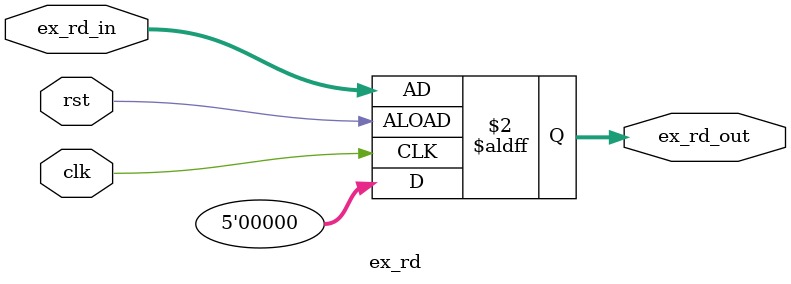
<source format=sv>
module ex_rd(
    input logic clk,
    input logic rst,
    input logic [4:0] ex_rd_in = 5'b0, 
    output logic [4:0] ex_rd_out
     
);

    always_ff @(posedge clk or negedge rst) begin
        if (rst) begin
            ex_rd_out <= 5'b0; 
        end else begin
            ex_rd_out <= ex_rd_in; 
        end
    end
endmodule
</source>
